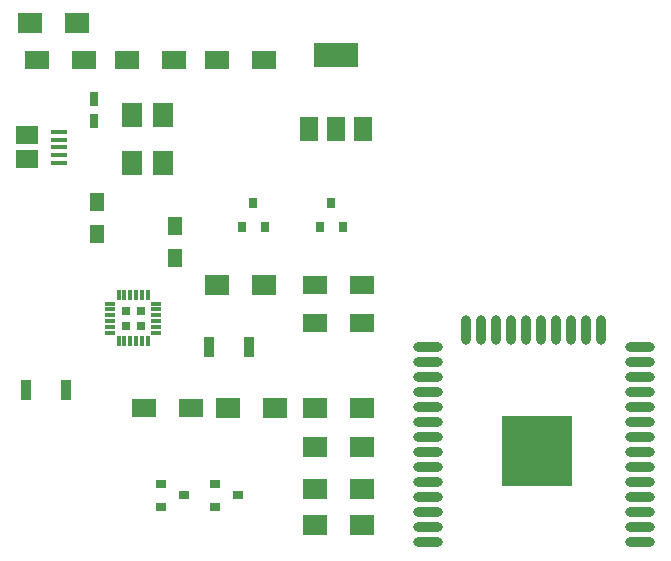
<source format=gbr>
G04 #@! TF.GenerationSoftware,KiCad,Pcbnew,(5.1.2)-1*
G04 #@! TF.CreationDate,2019-08-14T03:07:58+02:00*
G04 #@! TF.ProjectId,SmokESP8266,536d6f6b-4553-4503-9832-36362e6b6963,rev?*
G04 #@! TF.SameCoordinates,Original*
G04 #@! TF.FileFunction,Paste,Top*
G04 #@! TF.FilePolarity,Positive*
%FSLAX46Y46*%
G04 Gerber Fmt 4.6, Leading zero omitted, Abs format (unit mm)*
G04 Created by KiCad (PCBNEW (5.1.2)-1) date 2019-08-14 03:07:58*
%MOMM*%
%LPD*%
G04 APERTURE LIST*
%ADD10R,1.500000X2.000000*%
%ADD11R,3.800000X2.000000*%
%ADD12R,1.700000X2.000000*%
%ADD13R,2.000000X1.600000*%
%ADD14R,2.000000X1.700000*%
%ADD15R,0.900000X1.700000*%
%ADD16O,2.500000X0.900000*%
%ADD17O,0.900000X2.500000*%
%ADD18R,6.000000X6.000000*%
%ADD19R,1.900000X1.500000*%
%ADD20R,1.350000X0.400000*%
%ADD21R,0.750000X1.200000*%
%ADD22R,0.800000X0.900000*%
%ADD23R,1.300000X1.500000*%
%ADD24R,0.780000X0.780000*%
%ADD25R,0.300000X0.850000*%
%ADD26R,0.850000X0.300000*%
%ADD27R,0.900000X0.800000*%
G04 APERTURE END LIST*
D10*
X105396000Y-87097000D03*
X109996000Y-87097000D03*
X107696000Y-87097000D03*
D11*
X107696000Y-80797000D03*
D12*
X90474800Y-85934800D03*
X90474800Y-89934800D03*
X93065600Y-89953600D03*
X93065600Y-85953600D03*
D13*
X91472000Y-110744000D03*
X95472000Y-110744000D03*
X93980000Y-81280000D03*
X89980000Y-81280000D03*
X109950000Y-103505000D03*
X105950000Y-103505000D03*
X109950000Y-100330000D03*
X105950000Y-100330000D03*
X97600000Y-81280000D03*
X101600000Y-81280000D03*
X82360000Y-81280000D03*
X86360000Y-81280000D03*
D14*
X102584000Y-110744000D03*
X98584000Y-110744000D03*
X101600000Y-100330000D03*
X97600000Y-100330000D03*
D15*
X81485000Y-109220000D03*
X84885000Y-109220000D03*
X100379000Y-105537000D03*
X96979000Y-105537000D03*
D16*
X115460000Y-122090000D03*
X115460000Y-120820000D03*
X115460000Y-119550000D03*
X115460000Y-118280000D03*
X115460000Y-117010000D03*
X115460000Y-115740000D03*
X115460000Y-114470000D03*
X115460000Y-113200000D03*
X115460000Y-111930000D03*
X115460000Y-110660000D03*
X115460000Y-109390000D03*
X115460000Y-108120000D03*
X115460000Y-106850000D03*
X115460000Y-105580000D03*
D17*
X118745000Y-104090000D03*
X120015000Y-104090000D03*
X121285000Y-104090000D03*
X122555000Y-104090000D03*
X123825000Y-104090000D03*
X125095000Y-104090000D03*
X126365000Y-104090000D03*
X127635000Y-104090000D03*
X128905000Y-104090000D03*
X130175000Y-104090000D03*
D16*
X133460000Y-105580000D03*
X133460000Y-106850000D03*
X133460000Y-108120000D03*
X133460000Y-109390000D03*
X133460000Y-110660000D03*
X133460000Y-111930000D03*
X133460000Y-113200000D03*
X133460000Y-114470000D03*
X133460000Y-115740000D03*
X133460000Y-117010000D03*
X133460000Y-118280000D03*
X133460000Y-119550000D03*
X133460000Y-120820000D03*
X133460000Y-122090000D03*
D18*
X124760000Y-114390000D03*
D19*
X81565000Y-87646000D03*
D20*
X84265000Y-88646000D03*
X84265000Y-89296000D03*
X84265000Y-89946000D03*
X84265000Y-87346000D03*
X84265000Y-87996000D03*
D19*
X81565000Y-89646000D03*
D21*
X87249000Y-84521000D03*
X87249000Y-86421000D03*
D22*
X99761000Y-95361000D03*
X101661000Y-95361000D03*
X100711000Y-93361000D03*
X107315000Y-93361000D03*
X108265000Y-95361000D03*
X106365000Y-95361000D03*
D23*
X87503000Y-95965000D03*
X87503000Y-93265000D03*
X94107000Y-95297000D03*
X94107000Y-97997000D03*
D24*
X91201000Y-103774000D03*
X91201000Y-102474000D03*
X89901000Y-103774000D03*
X89901000Y-102474000D03*
D25*
X91801000Y-105074000D03*
X91301000Y-105074000D03*
X90801000Y-105074000D03*
X90301000Y-105074000D03*
X89801000Y-105074000D03*
X89301000Y-105074000D03*
D26*
X88601000Y-104374000D03*
X88601000Y-103874000D03*
X88601000Y-103374000D03*
X88601000Y-102874000D03*
X88601000Y-102374000D03*
X88601000Y-101874000D03*
D25*
X89301000Y-101174000D03*
X89801000Y-101174000D03*
X90301000Y-101174000D03*
X90801000Y-101174000D03*
X91301000Y-101174000D03*
X91801000Y-101174000D03*
D26*
X92501000Y-101874000D03*
X92501000Y-102374000D03*
X92501000Y-102874000D03*
X92501000Y-103374000D03*
X92501000Y-103874000D03*
X92501000Y-104374000D03*
D27*
X94853000Y-118110000D03*
X92853000Y-119060000D03*
X92853000Y-117160000D03*
X97425000Y-117160000D03*
X97425000Y-119060000D03*
X99425000Y-118110000D03*
D14*
X105950000Y-117602000D03*
X109950000Y-117602000D03*
X109916000Y-110736000D03*
X105916000Y-110736000D03*
X105950000Y-120650000D03*
X109950000Y-120650000D03*
X109916000Y-113996000D03*
X105916000Y-113996000D03*
X85820000Y-78105000D03*
X81820000Y-78105000D03*
M02*

</source>
